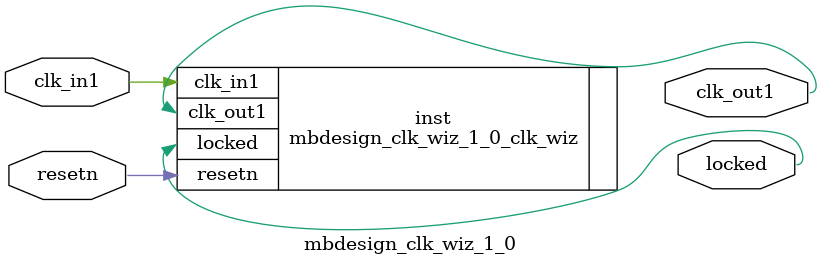
<source format=v>


`timescale 1ps/1ps

(* CORE_GENERATION_INFO = "mbdesign_clk_wiz_1_0,clk_wiz_v6_0_11_0_0,{component_name=mbdesign_clk_wiz_1_0,use_phase_alignment=true,use_min_o_jitter=false,use_max_i_jitter=false,use_dyn_phase_shift=false,use_inclk_switchover=false,use_dyn_reconfig=false,enable_axi=0,feedback_source=FDBK_AUTO,PRIMITIVE=MMCM,num_out_clk=1,clkin1_period=10.000,clkin2_period=10.000,use_power_down=false,use_reset=true,use_locked=true,use_inclk_stopped=false,feedback_type=SINGLE,CLOCK_MGR_TYPE=NA,manual_override=false}" *)

module mbdesign_clk_wiz_1_0 
 (
  // Clock out ports
  output        clk_out1,
  // Status and control signals
  input         resetn,
  output        locked,
 // Clock in ports
  input         clk_in1
 );

  mbdesign_clk_wiz_1_0_clk_wiz inst
  (
  // Clock out ports  
  .clk_out1(clk_out1),
  // Status and control signals               
  .resetn(resetn), 
  .locked(locked),
 // Clock in ports
  .clk_in1(clk_in1)
  );

endmodule

</source>
